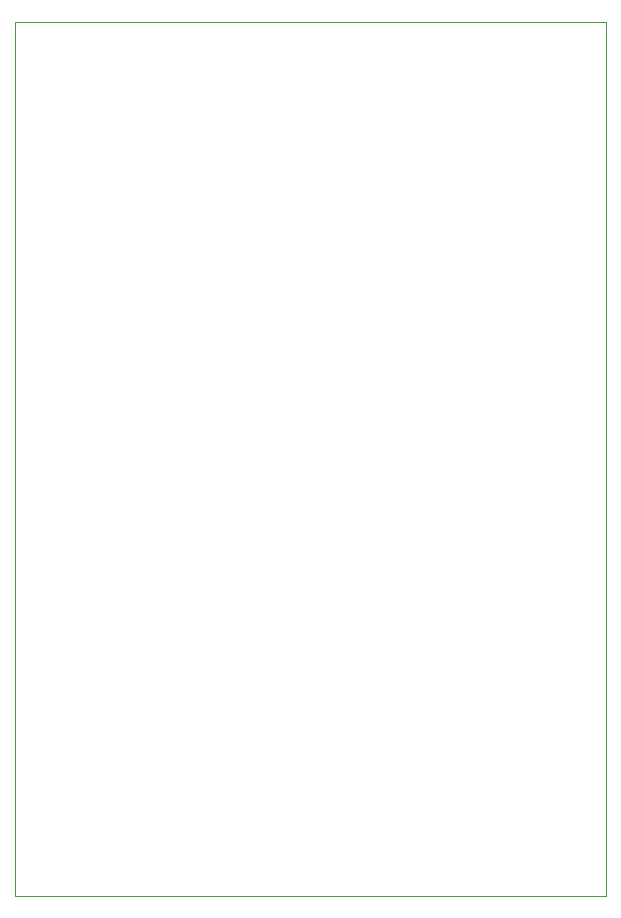
<source format=gbr>
%TF.GenerationSoftware,KiCad,Pcbnew,9.0.0*%
%TF.CreationDate,2025-03-28T11:35:54-04:00*%
%TF.ProjectId,Compute Node,436f6d70-7574-4652-904e-6f64652e6b69,rev?*%
%TF.SameCoordinates,Original*%
%TF.FileFunction,Profile,NP*%
%FSLAX46Y46*%
G04 Gerber Fmt 4.6, Leading zero omitted, Abs format (unit mm)*
G04 Created by KiCad (PCBNEW 9.0.0) date 2025-03-28 11:35:54*
%MOMM*%
%LPD*%
G01*
G04 APERTURE LIST*
%TA.AperFunction,Profile*%
%ADD10C,0.050000*%
%TD*%
G04 APERTURE END LIST*
D10*
X85000000Y-13000000D02*
X85000000Y-87000000D01*
X85000000Y-87000000D02*
X35000000Y-87000000D01*
X35000000Y-87000000D02*
X35000000Y-13000000D01*
X35000000Y-13000000D02*
X85000000Y-13000000D01*
M02*

</source>
